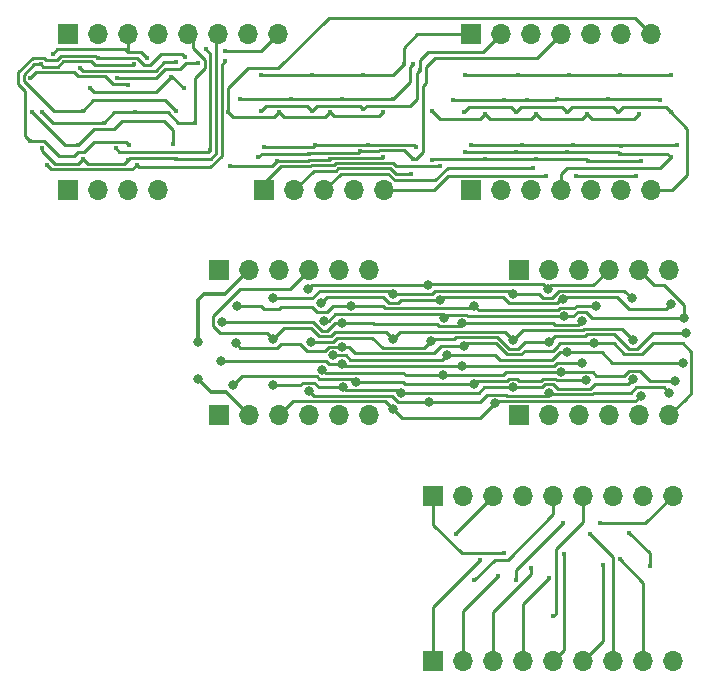
<source format=gbr>
G04 #@! TF.GenerationSoftware,KiCad,Pcbnew,(5.1.9)-1*
G04 #@! TF.CreationDate,2021-05-14T22:38:37-04:00*
G04 #@! TF.ProjectId,PanelizedDisplays,50616e65-6c69-47a6-9564-446973706c61,rev?*
G04 #@! TF.SameCoordinates,Original*
G04 #@! TF.FileFunction,Copper,L2,Bot*
G04 #@! TF.FilePolarity,Positive*
%FSLAX46Y46*%
G04 Gerber Fmt 4.6, Leading zero omitted, Abs format (unit mm)*
G04 Created by KiCad (PCBNEW (5.1.9)-1) date 2021-05-14 22:38:37*
%MOMM*%
%LPD*%
G01*
G04 APERTURE LIST*
G04 #@! TA.AperFunction,ComponentPad*
%ADD10O,1.700000X1.700000*%
G04 #@! TD*
G04 #@! TA.AperFunction,ComponentPad*
%ADD11R,1.700000X1.700000*%
G04 #@! TD*
G04 #@! TA.AperFunction,ViaPad*
%ADD12C,0.450000*%
G04 #@! TD*
G04 #@! TA.AperFunction,ViaPad*
%ADD13C,0.800000*%
G04 #@! TD*
G04 #@! TA.AperFunction,Conductor*
%ADD14C,0.250000*%
G04 #@! TD*
G04 #@! TA.AperFunction,Conductor*
%ADD15C,0.304800*%
G04 #@! TD*
G04 APERTURE END LIST*
D10*
X133860500Y-142079500D03*
X131320500Y-142079500D03*
X128780500Y-142079500D03*
X126240500Y-142079500D03*
X123700500Y-142079500D03*
X121160500Y-142079500D03*
X118620500Y-142079500D03*
X116080500Y-142079500D03*
D11*
X113540500Y-142079500D03*
D10*
X133860500Y-128109500D03*
X131320500Y-128109500D03*
X128780500Y-128109500D03*
X126240500Y-128109500D03*
X123700500Y-128109500D03*
X121160500Y-128109500D03*
X118620500Y-128109500D03*
X116080500Y-128109500D03*
D11*
X113540500Y-128109500D03*
D10*
X109393000Y-102262000D03*
X106853000Y-102262000D03*
X104313000Y-102262000D03*
X101773000Y-102262000D03*
D11*
X99233000Y-102262000D03*
D10*
X131999000Y-102262000D03*
X129459000Y-102262000D03*
X126919000Y-102262000D03*
X124379000Y-102262000D03*
X121839000Y-102262000D03*
X119299000Y-102262000D03*
D11*
X116759000Y-102262000D03*
D10*
X131999000Y-89054000D03*
X129459000Y-89054000D03*
X126919000Y-89054000D03*
X124379000Y-89054000D03*
X121839000Y-89054000D03*
X119299000Y-89054000D03*
D11*
X116759000Y-89054000D03*
D10*
X90216000Y-102262000D03*
X87676000Y-102262000D03*
X85136000Y-102262000D03*
D11*
X82596000Y-102262000D03*
D10*
X100376000Y-89054000D03*
X97836000Y-89054000D03*
X95296000Y-89054000D03*
X92756000Y-89054000D03*
X90216000Y-89054000D03*
X87676000Y-89054000D03*
X85136000Y-89054000D03*
D11*
X82596000Y-89054000D03*
D10*
X133515000Y-121301000D03*
X130975000Y-121301000D03*
X128435000Y-121301000D03*
X125895000Y-121301000D03*
X123355000Y-121301000D03*
D11*
X120815000Y-121301000D03*
D10*
X108115000Y-121301000D03*
X105575000Y-121301000D03*
X103035000Y-121301000D03*
X100495000Y-121301000D03*
X97955000Y-121301000D03*
D11*
X95415000Y-121301000D03*
D10*
X133515000Y-108982000D03*
X130975000Y-108982000D03*
X128435000Y-108982000D03*
X125895000Y-108982000D03*
X123355000Y-108982000D03*
D11*
X120815000Y-108982000D03*
D10*
X108115000Y-108982000D03*
X105575000Y-108982000D03*
X103035000Y-108982000D03*
X100495000Y-108982000D03*
X97955000Y-108982000D03*
D11*
X95415000Y-108982000D03*
D12*
X119573000Y-132999000D03*
X79548000Y-95658000D03*
X91486000Y-98325000D03*
X83485000Y-98452000D03*
X79421000Y-92737000D03*
X87676000Y-93372000D03*
D13*
X110147000Y-120793000D03*
X131102000Y-119650000D03*
X118783000Y-120280055D03*
D12*
X115445500Y-131348000D03*
X79421000Y-98071000D03*
X87803000Y-98452000D03*
X85136000Y-91086000D03*
X92502000Y-90959000D03*
D13*
X130467000Y-114951000D03*
X110147000Y-114860990D03*
X99987000Y-114860990D03*
X120307000Y-114951000D03*
D12*
X92438500Y-93626000D03*
X84501000Y-93626000D03*
X81326000Y-90705000D03*
X89327000Y-91086000D03*
X91359000Y-92652010D03*
D13*
X95669000Y-113427000D03*
X115973738Y-113515845D03*
X126131789Y-113299609D03*
X105790875Y-113515875D03*
D12*
X117033000Y-135285000D03*
X91740000Y-95531000D03*
X83866000Y-95531000D03*
X80310000Y-91594000D03*
X88184000Y-91594000D03*
D13*
X99987000Y-111395000D03*
X130340000Y-111395000D03*
X110147000Y-111014000D03*
X120307000Y-111014000D03*
D12*
X123697000Y-138329500D03*
X80437000Y-95658000D03*
X88311000Y-95658000D03*
X93391000Y-96547000D03*
X85644000Y-96547000D03*
D13*
X96558000Y-118761000D03*
X117005000Y-118634000D03*
X106972000Y-118470010D03*
X126493010Y-118343002D03*
D12*
X131892000Y-134078500D03*
X130145750Y-131252750D03*
X87676000Y-99722000D03*
X80437000Y-98706000D03*
X91740000Y-99595000D03*
X83866000Y-99595000D03*
D13*
X127165000Y-115205000D03*
X116116000Y-115459000D03*
X96812000Y-115205000D03*
X105829000Y-115491010D03*
D12*
X95931000Y-91340000D03*
X88438000Y-100103000D03*
X80818000Y-100103000D03*
X93645000Y-91467000D03*
X86787000Y-92737000D03*
D13*
X96939000Y-112030000D03*
X117005000Y-112030000D03*
X127292000Y-112030000D03*
X106591000Y-112030000D03*
D12*
X124531749Y-130464749D03*
X127637500Y-130459000D03*
X120576422Y-135224054D03*
X95931000Y-90451000D03*
X94280000Y-90324000D03*
X86660000Y-98706000D03*
X83612000Y-91890010D03*
X94618990Y-98833000D03*
X91732084Y-91424990D03*
D13*
X99987000Y-118761000D03*
X130467000Y-118253000D03*
X120307000Y-118950916D03*
X110786660Y-119391340D03*
X105891226Y-118950974D03*
D12*
X117508452Y-133549010D03*
D13*
X103035000Y-119269000D03*
X113195000Y-120158000D03*
X133515000Y-119396000D03*
X123355000Y-119400927D03*
D12*
X119065000Y-134904000D03*
D13*
X114338000Y-117872000D03*
X124371000Y-117618000D03*
X134023000Y-118380000D03*
X104157317Y-117462192D03*
D12*
X121859000Y-134205500D03*
D13*
X134912000Y-114316000D03*
X103162000Y-115078000D03*
X123355000Y-115078000D03*
X113322000Y-114987990D03*
D12*
X123383000Y-135094500D03*
D13*
X104051000Y-111776000D03*
X133642000Y-111903000D03*
X114084000Y-111522000D03*
X124528321Y-111494957D03*
D12*
X124589500Y-133062500D03*
D13*
X102908000Y-110633000D03*
X113068000Y-110252000D03*
X123228000Y-110633000D03*
D12*
X127930500Y-133990500D03*
D13*
X114719000Y-116221000D03*
X124879000Y-115967000D03*
X134658000Y-116856000D03*
X105041489Y-116248041D03*
D12*
X126811998Y-131348000D03*
D13*
X134785000Y-113046000D03*
X114465000Y-113046000D03*
X104298765Y-113300000D03*
X124625000Y-112944968D03*
D12*
X129330510Y-133498103D03*
D13*
X95542000Y-116729000D03*
X126149000Y-116856000D03*
X115989000Y-117110000D03*
X105829000Y-116983054D03*
D12*
X114092000Y-100230000D03*
X111679000Y-100865000D03*
X121966000Y-100357000D03*
X123109000Y-101034010D03*
X125649000Y-101034010D03*
X130729000Y-101034010D03*
X107615000Y-92483000D03*
X111044000Y-91594000D03*
X98979000Y-92483000D03*
X103297000Y-92483000D03*
X107615000Y-95404000D03*
X103297000Y-95531000D03*
X98979000Y-95531000D03*
X112398990Y-92102000D03*
X112060000Y-98579000D03*
X103551000Y-98452000D03*
X99233000Y-98579000D03*
X107996000Y-98414947D03*
X111806000Y-99595000D03*
X98725000Y-99468000D03*
X103041825Y-99161047D03*
X107361000Y-98964957D03*
X96312000Y-100230000D03*
X100305452Y-99785950D03*
X104821000Y-99610979D03*
X109266000Y-99414968D03*
X111806000Y-91594000D03*
X105837000Y-94515000D03*
X110155000Y-94515000D03*
X97201000Y-94515000D03*
X101519000Y-94515000D03*
X104821000Y-95658000D03*
X109266000Y-95658000D03*
X96185000Y-95658000D03*
X100503000Y-95658000D03*
X116251000Y-92483000D03*
X120696000Y-92483000D03*
X125014000Y-92483000D03*
X129332000Y-92483000D03*
X133650000Y-92483000D03*
X121458000Y-94642000D03*
X119553000Y-94642000D03*
X123998000Y-94515000D03*
X128316000Y-94515000D03*
X132761000Y-94642000D03*
X115235000Y-94642000D03*
X116759000Y-98452000D03*
X121077000Y-98452000D03*
X125395000Y-98452000D03*
X134158000Y-98452000D03*
X129416990Y-98533337D03*
X133650000Y-99468000D03*
X116251000Y-99044990D03*
X120569000Y-99044990D03*
X124887000Y-99044990D03*
X129331245Y-99177668D03*
X117902000Y-99595000D03*
X122220000Y-99595000D03*
X113427863Y-99679990D03*
X131110000Y-99806990D03*
X126665000Y-99806990D03*
X113457000Y-95531000D03*
X117902000Y-95785000D03*
X122220000Y-95785000D03*
X126538000Y-95785000D03*
X130983000Y-95785000D03*
X116124000Y-95658000D03*
X120569000Y-95658000D03*
X124887000Y-95658000D03*
X129205000Y-95658000D03*
X133650000Y-95658000D03*
D13*
X93637000Y-115141500D03*
X93637000Y-118253000D03*
D14*
X113540500Y-130586000D02*
X113540500Y-128109500D01*
X115953500Y-132999000D02*
X113540500Y-130586000D01*
X119573000Y-132999000D02*
X115953500Y-132999000D01*
X79888991Y-92269009D02*
X79421000Y-92737000D01*
X83144009Y-92269009D02*
X79888991Y-92269009D01*
X83485000Y-92610000D02*
X83144009Y-92269009D01*
X85771000Y-92610000D02*
X83485000Y-92610000D01*
X87591001Y-93287001D02*
X87676000Y-93372000D01*
X86448001Y-93287001D02*
X87591001Y-93287001D01*
X85771000Y-92610000D02*
X86448001Y-93287001D01*
X91486000Y-97182000D02*
X90724000Y-96420000D01*
X90724000Y-96420000D02*
X87168000Y-96420000D01*
X84839999Y-97097001D02*
X83485000Y-98452000D01*
X86490999Y-97097001D02*
X84839999Y-97097001D01*
X87168000Y-96420000D02*
X86490999Y-97097001D01*
X91486000Y-98325000D02*
X91486000Y-97182000D01*
X82416998Y-98452000D02*
X83485000Y-98452000D01*
X82342000Y-98452000D02*
X82416998Y-98452000D01*
X79548000Y-95658000D02*
X82342000Y-98452000D01*
X117508055Y-121555000D02*
X118783000Y-120280055D01*
X110909000Y-121555000D02*
X117508055Y-121555000D01*
X110147000Y-120793000D02*
X110909000Y-121555000D01*
X118937056Y-120125999D02*
X118783000Y-120280055D01*
X130626001Y-120125999D02*
X118937056Y-120125999D01*
X131102000Y-119650000D02*
X130626001Y-120125999D01*
X101670001Y-120125999D02*
X109479999Y-120125999D01*
X100495000Y-121301000D02*
X101670001Y-120125999D01*
X109479999Y-120125999D02*
X110147000Y-120793000D01*
X118620500Y-128109500D02*
X115445500Y-131284500D01*
X115445500Y-131284500D02*
X115445500Y-131348000D01*
X80616002Y-98071000D02*
X81886002Y-99341000D01*
X79421000Y-98071000D02*
X80616002Y-98071000D01*
X81886002Y-99341000D02*
X83104000Y-99341000D01*
X83442999Y-99002001D02*
X83950999Y-99002001D01*
X83104000Y-99341000D02*
X83442999Y-99002001D01*
X84797001Y-98155999D02*
X87506999Y-98155999D01*
X87506999Y-98155999D02*
X87803000Y-98452000D01*
X83950999Y-99002001D02*
X84797001Y-98155999D01*
X78420989Y-92286599D02*
X78420989Y-93260989D01*
X79663589Y-91043999D02*
X78420989Y-92286599D01*
X80574001Y-91043999D02*
X79663589Y-91043999D01*
X80785003Y-91255001D02*
X80574001Y-91043999D01*
X81663589Y-91255001D02*
X80785003Y-91255001D01*
X82028600Y-90889990D02*
X81663589Y-91255001D01*
X84939990Y-90889990D02*
X82028600Y-90889990D01*
X85136000Y-91086000D02*
X84939990Y-90889990D01*
X78997999Y-97647999D02*
X79421000Y-98071000D01*
X78997999Y-93837999D02*
X78997999Y-97647999D01*
X78420989Y-93260989D02*
X78997999Y-93837999D01*
X85454198Y-91086000D02*
X85512188Y-91028010D01*
X85136000Y-91086000D02*
X85454198Y-91086000D01*
X85512188Y-91028010D02*
X88455008Y-91028010D01*
X89062999Y-91636001D02*
X89591001Y-91636001D01*
X90493001Y-90734001D02*
X92277001Y-90734001D01*
X89591001Y-91636001D02*
X90493001Y-90734001D01*
X92277001Y-90734001D02*
X92502000Y-90959000D01*
X88455008Y-91028010D02*
X89062999Y-91636001D01*
X94907000Y-113738002D02*
X94907000Y-112919000D01*
X94907000Y-112919000D02*
X97193000Y-110633000D01*
X97193000Y-110633000D02*
X101384000Y-110633000D01*
X101384000Y-110633000D02*
X103035000Y-108982000D01*
X94907000Y-113738002D02*
X95484998Y-114316000D01*
X99442010Y-114316000D02*
X99987000Y-114860990D01*
X95484998Y-114316000D02*
X99442010Y-114316000D01*
X110761001Y-114246989D02*
X119602989Y-114246989D01*
X110147000Y-114860990D02*
X110761001Y-114246989D01*
X119602989Y-114246989D02*
X119907001Y-114551001D01*
X119907001Y-114551001D02*
X120307000Y-114951000D01*
X126343600Y-113992989D02*
X129508989Y-113992989D01*
X120307000Y-114951000D02*
X121138011Y-114119989D01*
X129508989Y-113992989D02*
X130467000Y-114951000D01*
X121138011Y-114119989D02*
X126216600Y-114119989D01*
X126216600Y-114119989D02*
X126343600Y-113992989D01*
X103850018Y-114623018D02*
X104888391Y-114623018D01*
X103162000Y-113935000D02*
X103850018Y-114623018D01*
X104888391Y-114623018D02*
X105227421Y-114283988D01*
X99987000Y-114860990D02*
X100912990Y-113935000D01*
X109747001Y-114460991D02*
X110147000Y-114860990D01*
X100912990Y-113935000D02*
X103162000Y-113935000D01*
X105227421Y-114283988D02*
X109569998Y-114283988D01*
X109569998Y-114283988D02*
X109747001Y-114460991D01*
X88819000Y-90578000D02*
X89327000Y-91086000D01*
X92057500Y-93245000D02*
X92438500Y-93626000D01*
X87676000Y-90578000D02*
X87676000Y-89054000D01*
X88819000Y-90578000D02*
X87676000Y-90578000D01*
X81707000Y-90324000D02*
X81326000Y-90705000D01*
X87422000Y-90324000D02*
X81707000Y-90324000D01*
X87676000Y-90578000D02*
X87422000Y-90324000D01*
X92438500Y-93626000D02*
X91464510Y-92652010D01*
X91464510Y-92652010D02*
X91359000Y-92652010D01*
X84797001Y-93922001D02*
X90089009Y-93922001D01*
X90089009Y-93922001D02*
X91359000Y-92652010D01*
X84501000Y-93626000D02*
X84797001Y-93922001D01*
X125761420Y-113669978D02*
X126131789Y-113299609D01*
X115973738Y-113515845D02*
X123697845Y-113515845D01*
X123697845Y-113515845D02*
X123851978Y-113669978D01*
X123851978Y-113669978D02*
X125761420Y-113669978D01*
X115973738Y-113515845D02*
X115718582Y-113771001D01*
X113830000Y-113554000D02*
X108567993Y-113554000D01*
X108567993Y-113554000D02*
X108485432Y-113471439D01*
X105829000Y-113554000D02*
X105790875Y-113515875D01*
X114047001Y-113771001D02*
X113830000Y-113554000D01*
X105911561Y-113471439D02*
X105829000Y-113554000D01*
X115718582Y-113771001D02*
X114047001Y-113771001D01*
X108485432Y-113471439D02*
X105911561Y-113471439D01*
X95669000Y-113427000D02*
X103388281Y-113427000D01*
X105225190Y-113515875D02*
X105790875Y-113515875D01*
X103388281Y-113427000D02*
X104134288Y-114173007D01*
X104134288Y-114173007D02*
X104568058Y-114173007D01*
X104568058Y-114173007D02*
X105225190Y-113515875D01*
X123700500Y-129685502D02*
X123700500Y-128109500D01*
X119837001Y-133549001D02*
X123700500Y-129685502D01*
X118768999Y-133549001D02*
X119837001Y-133549001D01*
X117033000Y-135285000D02*
X118768999Y-133549001D01*
X90851000Y-94642000D02*
X91740000Y-95531000D01*
X84755000Y-94642000D02*
X90851000Y-94642000D01*
X83866000Y-95531000D02*
X84755000Y-94642000D01*
X79749998Y-91594000D02*
X80310000Y-91594000D01*
X78870999Y-92472999D02*
X79749998Y-91594000D01*
X78870999Y-93001001D02*
X78870999Y-92472999D01*
X81400998Y-95531000D02*
X78870999Y-93001001D01*
X83866000Y-95531000D02*
X81400998Y-95531000D01*
X88141999Y-91636001D02*
X88184000Y-91594000D01*
X81736001Y-91818999D02*
X82215000Y-91340000D01*
X80310000Y-91594000D02*
X80534999Y-91818999D01*
X80534999Y-91818999D02*
X81736001Y-91818999D01*
X84871999Y-91636001D02*
X88141999Y-91636001D01*
X82215000Y-91340000D02*
X84575998Y-91340000D01*
X84575998Y-91340000D02*
X84871999Y-91636001D01*
X120053000Y-110760000D02*
X120307000Y-111014000D01*
X113703000Y-110760000D02*
X120053000Y-110760000D01*
X113449000Y-111014000D02*
X113703000Y-110760000D01*
X110147000Y-111014000D02*
X113449000Y-111014000D01*
X109893000Y-110760000D02*
X110147000Y-111014000D01*
X103924000Y-110760000D02*
X109893000Y-110760000D01*
X103289000Y-111395000D02*
X103924000Y-110760000D01*
X99987000Y-111395000D02*
X103289000Y-111395000D01*
X120307000Y-111014000D02*
X122466000Y-111014000D01*
X122810001Y-111358001D02*
X123592273Y-111358001D01*
X123592273Y-111358001D02*
X124180319Y-110769955D01*
X129714955Y-110769955D02*
X130340000Y-111395000D01*
X124180319Y-110769955D02*
X129714955Y-110769955D01*
X122466000Y-111014000D02*
X122810001Y-111358001D01*
X123933001Y-138093499D02*
X123697000Y-138329500D01*
X126240500Y-130332000D02*
X123933001Y-132639499D01*
X123933001Y-132639499D02*
X123933001Y-138093499D01*
X126240500Y-128109500D02*
X126240500Y-130332000D01*
X93189002Y-90197000D02*
X93189002Y-89487002D01*
X93189002Y-89487002D02*
X92756000Y-89054000D01*
X94195001Y-91202999D02*
X93189002Y-90197000D01*
X94195001Y-91932999D02*
X94195001Y-91202999D01*
X93391000Y-92737000D02*
X94195001Y-91932999D01*
X93391000Y-96547000D02*
X93391000Y-92737000D01*
X86533000Y-95658000D02*
X88311000Y-95658000D01*
X85644000Y-96547000D02*
X86533000Y-95658000D01*
X81326000Y-96547000D02*
X80437000Y-95658000D01*
X85644000Y-96547000D02*
X81326000Y-96547000D01*
X91052998Y-95658000D02*
X91941998Y-96547000D01*
X88311000Y-95658000D02*
X91052998Y-95658000D01*
X91941998Y-96547000D02*
X93391000Y-96547000D01*
X110999010Y-118470010D02*
X106972000Y-118470010D01*
X117005000Y-118634000D02*
X111163000Y-118634000D01*
X111163000Y-118634000D02*
X110999010Y-118470010D01*
X122666512Y-118380000D02*
X122820598Y-118225914D01*
X117259000Y-118380000D02*
X119804912Y-118380000D01*
X119958998Y-118225914D02*
X120655002Y-118225914D01*
X117005000Y-118634000D02*
X117259000Y-118380000D01*
X120655002Y-118225914D02*
X120809088Y-118380000D01*
X122820598Y-118225914D02*
X123889402Y-118225914D01*
X120809088Y-118380000D02*
X122666512Y-118380000D01*
X119804912Y-118380000D02*
X119958998Y-118225914D01*
X123889402Y-118225914D02*
X124006490Y-118343002D01*
X124006490Y-118343002D02*
X126493010Y-118343002D01*
X106727962Y-118225972D02*
X106972000Y-118470010D01*
X96558000Y-118761000D02*
X97320000Y-117999000D01*
X103670000Y-117999000D02*
X103896972Y-118225972D01*
X103896972Y-118225972D02*
X106727962Y-118225972D01*
X97320000Y-117999000D02*
X103670000Y-117999000D01*
X131892000Y-134078500D02*
X131892000Y-132999000D01*
X131892000Y-132999000D02*
X130145750Y-131252750D01*
X130145750Y-131252750D02*
X130114000Y-131221000D01*
X83866000Y-99595000D02*
X83427010Y-100033990D01*
X83427010Y-100033990D02*
X81562992Y-100033990D01*
X80437000Y-98907998D02*
X80437000Y-98706000D01*
X81562992Y-100033990D02*
X80437000Y-98907998D01*
X91697999Y-99552999D02*
X91740000Y-99595000D01*
X83866000Y-99595000D02*
X84304990Y-100033990D01*
X87364010Y-100033990D02*
X87676000Y-99722000D01*
X84304990Y-100033990D02*
X87364010Y-100033990D01*
X87900999Y-99497001D02*
X91642001Y-99497001D01*
X91642001Y-99497001D02*
X91740000Y-99595000D01*
X87676000Y-99722000D02*
X87900999Y-99497001D01*
X95169000Y-89181000D02*
X95296000Y-89054000D01*
X95169000Y-99139002D02*
X95169000Y-89181000D01*
X94713002Y-99595000D02*
X95169000Y-99139002D01*
X91740000Y-99595000D02*
X94713002Y-99595000D01*
X126022000Y-115205000D02*
X124244000Y-115205000D01*
X124080001Y-115426001D02*
X123666002Y-115840000D01*
X124080001Y-115368999D02*
X124080001Y-115426001D01*
X124244000Y-115205000D02*
X124080001Y-115368999D01*
X123666002Y-115840000D02*
X121323000Y-115840000D01*
X120999990Y-116163010D02*
X119809598Y-116163010D01*
X121323000Y-115840000D02*
X120999990Y-116163010D01*
X119809598Y-116163010D02*
X118851588Y-115205000D01*
X116370000Y-115205000D02*
X116116000Y-115459000D01*
X118851588Y-115205000D02*
X116370000Y-115205000D01*
X126022000Y-115205000D02*
X127165000Y-115205000D01*
X134912000Y-119904000D02*
X133515000Y-121301000D01*
X135383001Y-119432999D02*
X134912000Y-119904000D01*
X134658000Y-115205000D02*
X135383001Y-115930001D01*
X132118000Y-115205000D02*
X134658000Y-115205000D01*
X131196989Y-116126011D02*
X132118000Y-115205000D01*
X135383001Y-115930001D02*
X135383001Y-119432999D01*
X129737011Y-116126011D02*
X131196989Y-116126011D01*
X128816000Y-115205000D02*
X129737011Y-116126011D01*
X127165000Y-115205000D02*
X128816000Y-115205000D01*
X97211999Y-115604999D02*
X100349001Y-115604999D01*
X113633999Y-116036001D02*
X106939676Y-116036001D01*
X114211000Y-115459000D02*
X113633999Y-116036001D01*
X96812000Y-115205000D02*
X97211999Y-115604999D01*
X102850998Y-115840000D02*
X104376528Y-115840000D01*
X102273000Y-115262002D02*
X102850998Y-115840000D01*
X116116000Y-115459000D02*
X114211000Y-115459000D01*
X100349001Y-115604999D02*
X100691998Y-115262002D01*
X105796970Y-115523040D02*
X105829000Y-115491010D01*
X100691998Y-115262002D02*
X102273000Y-115262002D01*
X104376528Y-115840000D02*
X104693488Y-115523040D01*
X106939676Y-116036001D02*
X106394685Y-115491010D01*
X104693488Y-115523040D02*
X105796970Y-115523040D01*
X106394685Y-115491010D02*
X105829000Y-115491010D01*
X97709000Y-89054000D02*
X97836000Y-89054000D01*
X80818000Y-100103000D02*
X81199000Y-100484000D01*
X88057000Y-100484000D02*
X88438000Y-100103000D01*
X81199000Y-100484000D02*
X88057000Y-100484000D01*
X94616413Y-100327999D02*
X95619010Y-99325402D01*
X88662999Y-100327999D02*
X94616413Y-100327999D01*
X88438000Y-100103000D02*
X88662999Y-100327999D01*
X95619010Y-91651990D02*
X95931000Y-91340000D01*
X93602999Y-91509001D02*
X93645000Y-91467000D01*
X92586999Y-91509001D02*
X93602999Y-91509001D01*
X92121000Y-91975000D02*
X92586999Y-91509001D01*
X90851000Y-91975000D02*
X92121000Y-91975000D01*
X90089000Y-92737000D02*
X90851000Y-91975000D01*
X86787000Y-92737000D02*
X90089000Y-92737000D01*
X95619010Y-99325402D02*
X95619010Y-91651990D01*
X96939000Y-112030000D02*
X98971000Y-112030000D01*
X98971000Y-112030000D02*
X99225000Y-112284000D01*
X99225000Y-112284000D02*
X100495000Y-112284000D01*
X100495000Y-112284000D02*
X100622000Y-112157000D01*
X100622000Y-112157000D02*
X103289000Y-112157000D01*
X103289000Y-112157000D02*
X103670000Y-112538000D01*
X103670000Y-112538000D02*
X104559000Y-112538000D01*
X105067000Y-112030000D02*
X106591000Y-112030000D01*
X104559000Y-112538000D02*
X105067000Y-112030000D01*
X106591000Y-112030000D02*
X109258000Y-112030000D01*
X116787999Y-112247001D02*
X117005000Y-112030000D01*
X109475001Y-112247001D02*
X116787999Y-112247001D01*
X109258000Y-112030000D02*
X109475001Y-112247001D01*
X125502017Y-112219966D02*
X125691983Y-112030000D01*
X117005000Y-112030000D02*
X117404999Y-112429999D01*
X124066965Y-112429999D02*
X124276998Y-112219966D01*
X117404999Y-112429999D02*
X124066965Y-112429999D01*
X125691983Y-112030000D02*
X127292000Y-112030000D01*
X124276998Y-112219966D02*
X125502017Y-112219966D01*
X131511000Y-130459000D02*
X133860500Y-128109500D01*
X127637500Y-130459000D02*
X131511000Y-130459000D01*
X120576422Y-134420076D02*
X120576422Y-135224054D01*
X124531749Y-130464749D02*
X120576422Y-134420076D01*
X86956001Y-99002001D02*
X94449989Y-99002001D01*
X94449989Y-99002001D02*
X94618990Y-98833000D01*
X94661000Y-90705000D02*
X94661000Y-98790990D01*
X86660000Y-98706000D02*
X86956001Y-99002001D01*
X94661000Y-98790990D02*
X94618990Y-98833000D01*
X94280000Y-90324000D02*
X94661000Y-90705000D01*
X98979000Y-90451000D02*
X100376000Y-89054000D01*
X95931000Y-90451000D02*
X98979000Y-90451000D01*
X83612000Y-91890010D02*
X83865991Y-92144001D01*
X90045589Y-92144001D02*
X90764600Y-91424990D01*
X90764600Y-91424990D02*
X91732084Y-91424990D01*
X83865991Y-92144001D02*
X90045589Y-92144001D01*
X117831084Y-118950916D02*
X117390660Y-119391340D01*
X120307000Y-118950916D02*
X117831084Y-118950916D01*
X117390660Y-119391340D02*
X110786660Y-119391340D01*
X127218011Y-118652999D02*
X126802999Y-119068011D01*
X130467000Y-118253000D02*
X130067001Y-118652999D01*
X124095088Y-119068011D02*
X123703002Y-118675925D01*
X126802999Y-119068011D02*
X124095088Y-119068011D01*
X123703002Y-118675925D02*
X123006998Y-118675925D01*
X123006998Y-118675925D02*
X122732007Y-118950916D01*
X122732007Y-118950916D02*
X120307000Y-118950916D01*
X130067001Y-118652999D02*
X127218011Y-118652999D01*
X110786660Y-119391340D02*
X110590332Y-119195012D01*
X99987000Y-118761000D02*
X102273000Y-118761000D01*
X106135264Y-119195012D02*
X105891226Y-118950974D01*
X102273000Y-118761000D02*
X102490001Y-118543999D01*
X110590332Y-119195012D02*
X106135264Y-119195012D01*
X103455263Y-118543999D02*
X103862238Y-118950974D01*
X102490001Y-118543999D02*
X103455263Y-118543999D01*
X103862238Y-118950974D02*
X105891226Y-118950974D01*
X113540500Y-137516962D02*
X117508452Y-133549010D01*
X113540500Y-142079500D02*
X113540500Y-137516962D01*
X117513000Y-120158000D02*
X118115949Y-119555051D01*
X119684007Y-119555051D02*
X119804944Y-119675988D01*
X119804944Y-119675988D02*
X123079939Y-119675988D01*
X123079939Y-119675988D02*
X123355000Y-119400927D01*
X118115949Y-119555051D02*
X119684007Y-119555051D01*
X113195000Y-120158000D02*
X117513000Y-120158000D01*
X123472095Y-119518022D02*
X123355000Y-119400927D01*
X133043999Y-118924999D02*
X130753999Y-118924999D01*
X130753999Y-118924999D02*
X130278071Y-119400927D01*
X130278071Y-119400927D02*
X127144498Y-119400927D01*
X127027403Y-119518022D02*
X123472095Y-119518022D01*
X127144498Y-119400927D02*
X127027403Y-119518022D01*
X133515000Y-119396000D02*
X133043999Y-118924999D01*
X110528000Y-120158000D02*
X113195000Y-120158000D01*
X110045988Y-119675988D02*
X110528000Y-120158000D01*
X103035000Y-119269000D02*
X103441988Y-119675988D01*
X103441988Y-119675988D02*
X110045988Y-119675988D01*
X116080500Y-142079500D02*
X116080500Y-137888500D01*
X116080500Y-137888500D02*
X119065000Y-134904000D01*
X119418000Y-117872000D02*
X114338000Y-117872000D01*
X119672000Y-117618000D02*
X119418000Y-117872000D01*
X119672000Y-117618000D02*
X124371000Y-117618000D01*
X131864000Y-118380000D02*
X134023000Y-118380000D01*
X131011999Y-117527999D02*
X131864000Y-118380000D01*
X130118999Y-117527999D02*
X131011999Y-117527999D01*
X129705000Y-117941998D02*
X130118999Y-117527999D01*
X127361998Y-117941998D02*
X129705000Y-117941998D01*
X127038000Y-117618000D02*
X127361998Y-117941998D01*
X124371000Y-117618000D02*
X127038000Y-117618000D01*
X111163000Y-117872000D02*
X111036000Y-117745000D01*
X114338000Y-117872000D02*
X111163000Y-117872000D01*
X111036000Y-117745000D02*
X104440125Y-117745000D01*
X104440125Y-117745000D02*
X104157317Y-117462192D01*
X121859000Y-134755480D02*
X121859000Y-134205500D01*
X118620500Y-137993980D02*
X121859000Y-134755480D01*
X118620500Y-142079500D02*
X118620500Y-137993980D01*
X115481000Y-114697000D02*
X115317001Y-114860999D01*
X119995998Y-115713000D02*
X118979998Y-114697000D01*
X120688000Y-115713000D02*
X119995998Y-115713000D01*
X121323000Y-115078000D02*
X120688000Y-115713000D01*
X115317001Y-114860999D02*
X113448991Y-114860999D01*
X123355000Y-115078000D02*
X121323000Y-115078000D01*
X118979998Y-114697000D02*
X115481000Y-114697000D01*
X113448991Y-114860999D02*
X113322000Y-114987990D01*
X130815001Y-115676001D02*
X132175002Y-114316000D01*
X128885998Y-114443000D02*
X130118999Y-115676001D01*
X126530000Y-114443000D02*
X128885998Y-114443000D01*
X126403000Y-114570000D02*
X126530000Y-114443000D01*
X132175002Y-114316000D02*
X134912000Y-114316000D01*
X123355000Y-115078000D02*
X123863000Y-114570000D01*
X130118999Y-115676001D02*
X130815001Y-115676001D01*
X123863000Y-114570000D02*
X126403000Y-114570000D01*
X105413821Y-114733999D02*
X105074791Y-115073029D01*
X109253187Y-115585990D02*
X108401196Y-114733999D01*
X112724000Y-115585990D02*
X109253187Y-115585990D01*
X105074791Y-115073029D02*
X103166971Y-115073029D01*
X113322000Y-114987990D02*
X112724000Y-115585990D01*
X108401196Y-114733999D02*
X105413821Y-114733999D01*
X103166971Y-115073029D02*
X103162000Y-115078000D01*
X121160500Y-142079500D02*
X121160500Y-137317000D01*
X121160500Y-137317000D02*
X123383000Y-135094500D01*
X110782000Y-111522000D02*
X114084000Y-111522000D01*
X110528000Y-111776000D02*
X110782000Y-111522000D01*
X109835998Y-111776000D02*
X110528000Y-111776000D01*
X109327998Y-111268000D02*
X109835998Y-111776000D01*
X104559000Y-111268000D02*
X109327998Y-111268000D01*
X104051000Y-111776000D02*
X104559000Y-111268000D01*
X133642000Y-111903000D02*
X133242001Y-112302999D01*
X130104999Y-112302999D02*
X129070000Y-111268000D01*
X124365598Y-111494957D02*
X124528321Y-111494957D01*
X114084000Y-111522000D02*
X114301001Y-111304999D01*
X133242001Y-112302999D02*
X130104999Y-112302999D01*
X124052544Y-111808011D02*
X124365598Y-111494957D01*
X119454999Y-111304999D02*
X119958011Y-111808011D01*
X129070000Y-111268000D02*
X124755278Y-111268000D01*
X124755278Y-111268000D02*
X124528321Y-111494957D01*
X119958011Y-111808011D02*
X124052544Y-111808011D01*
X114301001Y-111304999D02*
X119454999Y-111304999D01*
X124589500Y-141190500D02*
X123700500Y-142079500D01*
X124589500Y-133062500D02*
X124589500Y-141190500D01*
X113086999Y-110233001D02*
X113068000Y-110252000D01*
X122828001Y-110233001D02*
X113086999Y-110233001D01*
X123228000Y-110633000D02*
X122828001Y-110233001D01*
X103289000Y-110252000D02*
X102908000Y-110633000D01*
X113068000Y-110252000D02*
X103289000Y-110252000D01*
X128435000Y-108982000D02*
X127097056Y-110319944D01*
X127097056Y-110319944D02*
X123541056Y-110319944D01*
X123541056Y-110319944D02*
X123228000Y-110633000D01*
X127930500Y-140389500D02*
X126240500Y-142079500D01*
X127930500Y-133990500D02*
X127930500Y-140389500D01*
X124879000Y-115967000D02*
X127800000Y-115967000D01*
X128689000Y-116856000D02*
X134658000Y-116856000D01*
X127800000Y-115967000D02*
X128689000Y-116856000D01*
X114719000Y-116221000D02*
X118783000Y-116221000D01*
X118783000Y-116221000D02*
X119175020Y-116613020D01*
X119175020Y-116613020D02*
X123596569Y-116613020D01*
X123596569Y-116613020D02*
X124242589Y-115967000D01*
X124242589Y-115967000D02*
X124879000Y-115967000D01*
X114719000Y-116221000D02*
X114319001Y-116620999D01*
X106540051Y-116620999D02*
X106167093Y-116248041D01*
X114319001Y-116620999D02*
X106540051Y-116620999D01*
X106167093Y-116248041D02*
X105041489Y-116248041D01*
X126812000Y-131348000D02*
X126811998Y-131348000D01*
X128780500Y-142079500D02*
X128780500Y-133316500D01*
X128780500Y-133316500D02*
X126812000Y-131348000D01*
X134785000Y-111972998D02*
X133096003Y-110284001D01*
X132277001Y-110284001D02*
X132531001Y-110284001D01*
X130975000Y-108982000D02*
X132277001Y-110284001D01*
X132531001Y-110284001D02*
X132150001Y-110284001D01*
X133096003Y-110284001D02*
X132531001Y-110284001D01*
X104298765Y-113300000D02*
X104686000Y-113300000D01*
X114174001Y-112755001D02*
X114465000Y-113046000D01*
X105230999Y-112755001D02*
X114174001Y-112755001D01*
X104686000Y-113300000D02*
X105230999Y-112755001D01*
X134785000Y-113046000D02*
X134785000Y-111972998D01*
X124059315Y-112944968D02*
X124625000Y-112944968D01*
X114465000Y-113046000D02*
X114720157Y-112790843D01*
X116321740Y-112790843D02*
X116475865Y-112944968D01*
X116475865Y-112944968D02*
X124059315Y-112944968D01*
X114720157Y-112790843D02*
X116321740Y-112790843D01*
X134785000Y-113046000D02*
X126951184Y-113046000D01*
X125413426Y-112944968D02*
X124625000Y-112944968D01*
X126951184Y-113046000D02*
X126479791Y-112574607D01*
X126479791Y-112574607D02*
X125783787Y-112574607D01*
X125783787Y-112574607D02*
X125413426Y-112944968D01*
X131320500Y-142079500D02*
X131320500Y-135488093D01*
X131320500Y-135488093D02*
X129330510Y-133498103D01*
X123990000Y-116856000D02*
X126149000Y-116856000D01*
X115989000Y-117110000D02*
X123736000Y-117110000D01*
X123736000Y-117110000D02*
X123990000Y-116856000D01*
X105955946Y-117110000D02*
X105829000Y-116983054D01*
X115989000Y-117110000D02*
X105955946Y-117110000D01*
X104497129Y-116729000D02*
X104751183Y-116983054D01*
X95542000Y-116729000D02*
X104497129Y-116729000D01*
X104751183Y-116983054D02*
X105829000Y-116983054D01*
X114092000Y-100230000D02*
X110372824Y-100230000D01*
X110372824Y-100230000D02*
X110107802Y-99964978D01*
X110107802Y-99964978D02*
X105337200Y-99964978D01*
X105337200Y-99964978D02*
X105141189Y-100160989D01*
X100630000Y-100230000D02*
X99233000Y-101627000D01*
X103168589Y-100230000D02*
X100630000Y-100230000D01*
X105141189Y-100160989D02*
X103237600Y-100160989D01*
X99233000Y-101627000D02*
X99233000Y-102262000D01*
X103237600Y-100160989D02*
X103168589Y-100230000D01*
X105523600Y-100414989D02*
X105327589Y-100611000D01*
X111679000Y-100865000D02*
X110371413Y-100865000D01*
X105327589Y-100611000D02*
X103424000Y-100611000D01*
X109921402Y-100414989D02*
X105523600Y-100414989D01*
X103424000Y-100611000D02*
X101773000Y-102262000D01*
X110371413Y-100865000D02*
X109921402Y-100414989D01*
X113721001Y-101415001D02*
X110285003Y-101415001D01*
X109735002Y-100865000D02*
X105710000Y-100865000D01*
X105710000Y-100865000D02*
X104313000Y-102262000D01*
X114779002Y-100357000D02*
X113721001Y-101415001D01*
X121966000Y-100357000D02*
X114779002Y-100357000D01*
X110285003Y-101415001D02*
X109735002Y-100865000D01*
X109393000Y-102262000D02*
X113584000Y-102262000D01*
X114811990Y-101034010D02*
X123109000Y-101034010D01*
X113584000Y-102262000D02*
X114811990Y-101034010D01*
X130410802Y-101034010D02*
X125649000Y-101034010D01*
X130729000Y-101034010D02*
X130410802Y-101034010D01*
X98979000Y-92483000D02*
X103297000Y-92483000D01*
X103297000Y-92483000D02*
X107615000Y-92483000D01*
X107615000Y-92483000D02*
X110155000Y-92483000D01*
X110155000Y-92483000D02*
X111044000Y-91594000D01*
X111044000Y-90197000D02*
X111044000Y-91594000D01*
X112187000Y-89054000D02*
X111044000Y-90197000D01*
X116759000Y-89054000D02*
X112187000Y-89054000D01*
X102873999Y-95107999D02*
X103297000Y-95531000D01*
X99402001Y-95107999D02*
X102873999Y-95107999D01*
X98979000Y-95531000D02*
X99402001Y-95107999D01*
X103297000Y-95531000D02*
X103720001Y-95107999D01*
X107318999Y-95107999D02*
X107615000Y-95404000D01*
X103720001Y-95107999D02*
X107318999Y-95107999D01*
X107911001Y-95107999D02*
X107615000Y-95404000D01*
X108292001Y-95107999D02*
X108419001Y-95107999D01*
X108419001Y-95107999D02*
X107911001Y-95107999D01*
X112173991Y-94528009D02*
X112173991Y-92326999D01*
X119299000Y-89054000D02*
X117775000Y-90578000D01*
X112173991Y-92326999D02*
X112398990Y-92102000D01*
X108419001Y-95107999D02*
X111594001Y-95107999D01*
X112398990Y-91255010D02*
X112398990Y-92102000D01*
X111594001Y-95107999D02*
X112173991Y-94528009D01*
X113076000Y-90578000D02*
X112398990Y-91255010D01*
X117775000Y-90578000D02*
X113076000Y-90578000D01*
X103424000Y-98579000D02*
X103551000Y-98452000D01*
X99233000Y-98579000D02*
X103424000Y-98579000D01*
X111895947Y-98414947D02*
X107996000Y-98414947D01*
X112060000Y-98579000D02*
X111895947Y-98414947D01*
X103551000Y-98452000D02*
X103588053Y-98414947D01*
X103588053Y-98414947D02*
X107996000Y-98414947D01*
X122347000Y-91086000D02*
X124379000Y-89054000D01*
X113711000Y-91086000D02*
X122347000Y-91086000D01*
X112949000Y-93171412D02*
X112949000Y-91848000D01*
X112695000Y-93425412D02*
X112949000Y-93171412D01*
X112695000Y-99024198D02*
X112695000Y-93425412D01*
X112124198Y-99595000D02*
X112695000Y-99024198D01*
X112949000Y-91848000D02*
X113711000Y-91086000D01*
X111806000Y-99595000D02*
X112124198Y-99595000D01*
X98725000Y-99468000D02*
X99031953Y-99161047D01*
X99031953Y-99161047D02*
X103041825Y-99161047D01*
X111806000Y-99595000D02*
X111075966Y-98864966D01*
X109001998Y-98864966D02*
X108902007Y-98964957D01*
X111075966Y-98864966D02*
X109001998Y-98864966D01*
X103041825Y-99161047D02*
X103141895Y-99060977D01*
X103141895Y-99060977D02*
X107264980Y-99060977D01*
X108902007Y-98964957D02*
X107361000Y-98964957D01*
X107264980Y-99060977D02*
X107361000Y-98964957D01*
X96312000Y-100230000D02*
X99861402Y-100230000D01*
X99861402Y-100230000D02*
X100305452Y-99785950D01*
X100305452Y-99785950D02*
X100311413Y-99779989D01*
X102982189Y-99779989D02*
X103051200Y-99710978D01*
X100311413Y-99779989D02*
X102982189Y-99779989D01*
X103051200Y-99710978D02*
X104721001Y-99710978D01*
X104721001Y-99710978D02*
X104821000Y-99610979D01*
X109166001Y-99514967D02*
X109266000Y-99414968D01*
X104917012Y-99514967D02*
X109166001Y-99514967D01*
X104821000Y-99610979D02*
X104917012Y-99514967D01*
X97201000Y-94515000D02*
X101519000Y-94515000D01*
X101519000Y-94515000D02*
X105837000Y-94515000D01*
X105837000Y-94515000D02*
X110155000Y-94515000D01*
X110155000Y-94515000D02*
X111594001Y-93075999D01*
X111594001Y-91805999D02*
X111806000Y-91594000D01*
X111594001Y-93075999D02*
X111594001Y-91805999D01*
X100079999Y-96081001D02*
X100503000Y-95658000D01*
X96608001Y-96081001D02*
X100079999Y-96081001D01*
X96185000Y-95658000D02*
X96608001Y-96081001D01*
X100926001Y-96081001D02*
X104397999Y-96081001D01*
X104397999Y-96081001D02*
X104821000Y-95658000D01*
X100503000Y-95658000D02*
X100926001Y-96081001D01*
X108969999Y-95954001D02*
X109266000Y-95658000D01*
X105117001Y-95954001D02*
X108969999Y-95954001D01*
X104821000Y-95658000D02*
X105117001Y-95954001D01*
X104694000Y-87657000D02*
X130602000Y-87657000D01*
X100418001Y-91932999D02*
X104694000Y-87657000D01*
X97878001Y-91932999D02*
X100418001Y-91932999D01*
X96185000Y-93626000D02*
X97878001Y-91932999D01*
X130602000Y-87657000D02*
X131999000Y-89054000D01*
X96185000Y-95658000D02*
X96185000Y-93626000D01*
X116251000Y-92483000D02*
X120696000Y-92483000D01*
X120696000Y-92483000D02*
X125014000Y-92483000D01*
X125014000Y-92483000D02*
X129332000Y-92483000D01*
X129332000Y-92483000D02*
X133650000Y-92483000D01*
X115235000Y-94642000D02*
X119553000Y-94642000D01*
X123998000Y-94515000D02*
X128316000Y-94515000D01*
X132634000Y-94515000D02*
X132761000Y-94642000D01*
X128316000Y-94515000D02*
X132634000Y-94515000D01*
X119553000Y-94642000D02*
X121458000Y-94642000D01*
X123871000Y-94642000D02*
X123998000Y-94515000D01*
X121458000Y-94642000D02*
X123871000Y-94642000D01*
X116759000Y-98452000D02*
X121077000Y-98452000D01*
X121077000Y-98452000D02*
X125395000Y-98452000D01*
X134158000Y-98452000D02*
X129498327Y-98452000D01*
X129335653Y-98452000D02*
X129416990Y-98533337D01*
X125395000Y-98452000D02*
X129335653Y-98452000D01*
X129498327Y-98452000D02*
X129416990Y-98533337D01*
X116251000Y-99044990D02*
X120569000Y-99044990D01*
X120569000Y-99044990D02*
X124887000Y-99044990D01*
X124887000Y-100357000D02*
X124379000Y-100865000D01*
X132761000Y-100357000D02*
X124887000Y-100357000D01*
X124379000Y-100865000D02*
X124379000Y-102262000D01*
X133650000Y-99468000D02*
X132761000Y-100357000D01*
X129198567Y-99044990D02*
X129331245Y-99177668D01*
X124887000Y-99044990D02*
X129198567Y-99044990D01*
X133359668Y-99177668D02*
X129331245Y-99177668D01*
X133650000Y-99468000D02*
X133359668Y-99177668D01*
X118156000Y-99595000D02*
X117902000Y-99595000D01*
X122220000Y-99595000D02*
X118156000Y-99595000D01*
X113512853Y-99595000D02*
X113427863Y-99679990D01*
X117902000Y-99595000D02*
X113512853Y-99595000D01*
X130791802Y-99806990D02*
X126665000Y-99806990D01*
X131110000Y-99806990D02*
X130791802Y-99806990D01*
X126453010Y-99595000D02*
X126665000Y-99806990D01*
X122220000Y-99595000D02*
X126453010Y-99595000D01*
X130559999Y-96208001D02*
X126961001Y-96208001D01*
X126961001Y-96208001D02*
X126538000Y-95785000D01*
X130983000Y-95785000D02*
X130559999Y-96208001D01*
X122643001Y-96208001D02*
X122220000Y-95785000D01*
X126114999Y-96208001D02*
X122643001Y-96208001D01*
X126538000Y-95785000D02*
X126114999Y-96208001D01*
X118325001Y-96208001D02*
X117902000Y-95785000D01*
X121796999Y-96208001D02*
X118325001Y-96208001D01*
X122220000Y-95785000D02*
X121796999Y-96208001D01*
X114134001Y-96208001D02*
X113457000Y-95531000D01*
X117478999Y-96208001D02*
X114134001Y-96208001D01*
X117902000Y-95785000D02*
X117478999Y-96208001D01*
X120145999Y-95234999D02*
X120569000Y-95658000D01*
X116547001Y-95234999D02*
X120145999Y-95234999D01*
X116124000Y-95658000D02*
X116547001Y-95234999D01*
X124463999Y-95234999D02*
X124887000Y-95658000D01*
X120992001Y-95234999D02*
X124463999Y-95234999D01*
X120569000Y-95658000D02*
X120992001Y-95234999D01*
X128781999Y-95234999D02*
X129205000Y-95658000D01*
X125310001Y-95234999D02*
X128781999Y-95234999D01*
X124887000Y-95658000D02*
X125310001Y-95234999D01*
X133226999Y-95234999D02*
X133650000Y-95658000D01*
X129628001Y-95234999D02*
X133226999Y-95234999D01*
X129205000Y-95658000D02*
X129628001Y-95234999D01*
X131999000Y-102262000D02*
X133777000Y-102262000D01*
X133777000Y-102262000D02*
X135047000Y-100992000D01*
X135047000Y-97055000D02*
X133650000Y-95658000D01*
X135047000Y-100992000D02*
X135047000Y-97055000D01*
D15*
X93637000Y-111522000D02*
X94145000Y-111014000D01*
X93637000Y-115141500D02*
X93637000Y-111522000D01*
X94145000Y-111014000D02*
X95669000Y-111014000D01*
X95923000Y-111014000D02*
X95669000Y-111014000D01*
X97955000Y-108982000D02*
X95923000Y-111014000D01*
X93637000Y-118253000D02*
X94716500Y-119332500D01*
D14*
X94716500Y-119332500D02*
X94722011Y-119338011D01*
D15*
X95986500Y-119332500D02*
X95732500Y-119332500D01*
X97955000Y-121301000D02*
X95986500Y-119332500D01*
X94716500Y-119332500D02*
X95732500Y-119332500D01*
M02*

</source>
